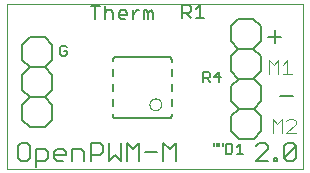
<source format=gto>
G75*
%MOIN*%
%OFA0B0*%
%FSLAX25Y25*%
%IPPOS*%
%LPD*%
%AMOC8*
5,1,8,0,0,1.08239X$1,22.5*
%
%ADD10C,0.00000*%
%ADD11C,0.00500*%
%ADD12C,0.00600*%
%ADD13C,0.00400*%
%ADD14C,0.00800*%
%ADD15C,0.00200*%
%ADD16R,0.00591X0.01181*%
%ADD17R,0.01181X0.01181*%
D10*
X0001000Y0009960D02*
X0001000Y0065078D01*
X0099425Y0065078D01*
X0099425Y0009960D01*
X0001000Y0009960D01*
D11*
X0004400Y0013590D02*
X0005417Y0012573D01*
X0007452Y0012573D01*
X0008470Y0013590D01*
X0008470Y0017660D01*
X0007452Y0018678D01*
X0005417Y0018678D01*
X0004400Y0017660D01*
X0004400Y0013590D01*
X0010477Y0012573D02*
X0013529Y0012573D01*
X0014547Y0013590D01*
X0014547Y0015625D01*
X0013529Y0016643D01*
X0010477Y0016643D01*
X0010477Y0010537D01*
X0016554Y0013590D02*
X0016554Y0015625D01*
X0017572Y0016643D01*
X0019607Y0016643D01*
X0020624Y0015625D01*
X0020624Y0014608D01*
X0016554Y0014608D01*
X0016554Y0013590D02*
X0017572Y0012573D01*
X0019607Y0012573D01*
X0022631Y0012573D02*
X0022631Y0016643D01*
X0025684Y0016643D01*
X0026701Y0015625D01*
X0026701Y0012573D01*
X0028708Y0012573D02*
X0028708Y0018678D01*
X0031761Y0018678D01*
X0032779Y0017660D01*
X0032779Y0015625D01*
X0031761Y0014608D01*
X0028708Y0014608D01*
X0034786Y0012573D02*
X0034786Y0018678D01*
X0038856Y0018678D02*
X0038856Y0012573D01*
X0036821Y0014608D01*
X0034786Y0012573D01*
X0040863Y0012573D02*
X0040863Y0018678D01*
X0042898Y0016643D01*
X0044933Y0018678D01*
X0044933Y0012573D01*
X0046940Y0015625D02*
X0051010Y0015625D01*
X0053017Y0012573D02*
X0053017Y0018678D01*
X0055052Y0016643D01*
X0057087Y0018678D01*
X0057087Y0012573D01*
X0083927Y0012573D02*
X0087997Y0016643D01*
X0087997Y0017660D01*
X0086980Y0018678D01*
X0084945Y0018678D01*
X0083927Y0017660D01*
X0090004Y0013590D02*
X0091022Y0013590D01*
X0091022Y0012573D01*
X0090004Y0012573D01*
X0090004Y0013590D01*
X0087997Y0012573D02*
X0083927Y0012573D01*
X0093043Y0013590D02*
X0097113Y0017660D01*
X0097113Y0013590D01*
X0096096Y0012573D01*
X0094060Y0012573D01*
X0093043Y0013590D01*
X0093043Y0017660D01*
X0094060Y0018678D01*
X0096096Y0018678D01*
X0097113Y0017660D01*
D12*
X0085646Y0022500D02*
X0083146Y0020000D01*
X0078146Y0020000D01*
X0075646Y0022500D01*
X0075646Y0027500D01*
X0078146Y0030000D01*
X0075646Y0032500D01*
X0075646Y0037500D01*
X0078146Y0040000D01*
X0083146Y0040000D01*
X0085646Y0037500D01*
X0085646Y0032500D01*
X0083146Y0030000D01*
X0085646Y0027500D01*
X0085646Y0022500D01*
X0078558Y0018388D02*
X0078558Y0014985D01*
X0077424Y0014985D02*
X0079693Y0014985D01*
X0077424Y0017253D02*
X0078558Y0018388D01*
X0076010Y0017821D02*
X0075442Y0018388D01*
X0073741Y0018388D01*
X0073741Y0014985D01*
X0075442Y0014985D01*
X0076010Y0015552D01*
X0076010Y0017821D01*
X0078146Y0030000D02*
X0083146Y0030000D01*
X0091851Y0034329D02*
X0096121Y0034329D01*
X0085409Y0042578D02*
X0085409Y0047578D01*
X0082909Y0050078D01*
X0085409Y0052578D01*
X0085409Y0057578D01*
X0082909Y0060078D01*
X0077909Y0060078D01*
X0075409Y0057578D01*
X0075409Y0052578D01*
X0077909Y0050078D01*
X0082909Y0050078D01*
X0077909Y0050078D02*
X0075409Y0047578D01*
X0075409Y0042578D01*
X0077909Y0040078D01*
X0082909Y0040078D01*
X0085409Y0042578D01*
X0090049Y0051879D02*
X0090049Y0056149D01*
X0087914Y0054014D02*
X0092184Y0054014D01*
X0071645Y0042403D02*
X0069944Y0040702D01*
X0072212Y0040702D01*
X0071645Y0039001D02*
X0071645Y0042403D01*
X0068529Y0041836D02*
X0068529Y0040702D01*
X0067962Y0040135D01*
X0066261Y0040135D01*
X0067395Y0040135D02*
X0068529Y0039001D01*
X0066261Y0039001D02*
X0066261Y0042403D01*
X0067962Y0042403D01*
X0068529Y0041836D01*
X0055764Y0040748D02*
X0055764Y0043307D01*
X0055764Y0045708D02*
X0055764Y0046220D01*
X0055764Y0046299D02*
X0055762Y0046361D01*
X0055756Y0046422D01*
X0055747Y0046483D01*
X0055733Y0046544D01*
X0055716Y0046603D01*
X0055695Y0046661D01*
X0055670Y0046718D01*
X0055642Y0046773D01*
X0055611Y0046826D01*
X0055576Y0046877D01*
X0055538Y0046926D01*
X0055497Y0046973D01*
X0055454Y0047016D01*
X0055407Y0047057D01*
X0055358Y0047095D01*
X0055307Y0047130D01*
X0055254Y0047161D01*
X0055199Y0047189D01*
X0055142Y0047214D01*
X0055084Y0047235D01*
X0055025Y0047252D01*
X0054964Y0047266D01*
X0054903Y0047275D01*
X0054842Y0047281D01*
X0054780Y0047283D01*
X0037063Y0047283D01*
X0037001Y0047281D01*
X0036940Y0047275D01*
X0036879Y0047266D01*
X0036818Y0047252D01*
X0036759Y0047235D01*
X0036701Y0047214D01*
X0036644Y0047189D01*
X0036589Y0047161D01*
X0036536Y0047130D01*
X0036485Y0047095D01*
X0036436Y0047057D01*
X0036389Y0047016D01*
X0036346Y0046973D01*
X0036305Y0046926D01*
X0036267Y0046877D01*
X0036232Y0046826D01*
X0036201Y0046773D01*
X0036173Y0046718D01*
X0036148Y0046661D01*
X0036127Y0046603D01*
X0036110Y0046544D01*
X0036096Y0046483D01*
X0036087Y0046422D01*
X0036081Y0046361D01*
X0036079Y0046299D01*
X0036079Y0046338D02*
X0036079Y0045748D01*
X0036079Y0043307D02*
X0036079Y0040787D01*
X0036079Y0038307D02*
X0036079Y0035787D01*
X0036079Y0033307D02*
X0036079Y0030787D01*
X0036079Y0028346D02*
X0036079Y0027834D01*
X0036079Y0027795D02*
X0036081Y0027733D01*
X0036087Y0027672D01*
X0036096Y0027611D01*
X0036110Y0027550D01*
X0036127Y0027491D01*
X0036148Y0027433D01*
X0036173Y0027376D01*
X0036201Y0027321D01*
X0036232Y0027268D01*
X0036267Y0027217D01*
X0036305Y0027168D01*
X0036346Y0027121D01*
X0036389Y0027078D01*
X0036436Y0027037D01*
X0036485Y0026999D01*
X0036536Y0026964D01*
X0036589Y0026933D01*
X0036644Y0026905D01*
X0036701Y0026880D01*
X0036759Y0026859D01*
X0036818Y0026842D01*
X0036879Y0026828D01*
X0036940Y0026819D01*
X0037001Y0026813D01*
X0037063Y0026811D01*
X0054740Y0026811D01*
X0054780Y0026811D02*
X0054842Y0026813D01*
X0054903Y0026819D01*
X0054964Y0026828D01*
X0055025Y0026842D01*
X0055084Y0026859D01*
X0055142Y0026880D01*
X0055199Y0026905D01*
X0055254Y0026933D01*
X0055307Y0026964D01*
X0055358Y0026999D01*
X0055407Y0027037D01*
X0055454Y0027078D01*
X0055497Y0027121D01*
X0055538Y0027168D01*
X0055576Y0027217D01*
X0055611Y0027268D01*
X0055642Y0027321D01*
X0055670Y0027376D01*
X0055695Y0027433D01*
X0055716Y0027491D01*
X0055733Y0027550D01*
X0055747Y0027611D01*
X0055756Y0027672D01*
X0055762Y0027733D01*
X0055764Y0027795D01*
X0055764Y0027834D02*
X0055764Y0028346D01*
X0055764Y0030787D02*
X0055764Y0033307D01*
X0055764Y0035748D02*
X0055764Y0038307D01*
X0020891Y0048229D02*
X0020891Y0049363D01*
X0019757Y0049363D01*
X0018623Y0048229D02*
X0018623Y0050498D01*
X0019190Y0051065D01*
X0020324Y0051065D01*
X0020891Y0050498D01*
X0020891Y0048229D02*
X0020324Y0047662D01*
X0019190Y0047662D01*
X0018623Y0048229D01*
X0016000Y0046397D02*
X0013500Y0043897D01*
X0016000Y0041397D01*
X0016000Y0036397D01*
X0013500Y0033897D01*
X0016000Y0031397D01*
X0016000Y0026397D01*
X0013500Y0023897D01*
X0008500Y0023897D01*
X0006000Y0026397D01*
X0006000Y0031397D01*
X0008500Y0033897D01*
X0006000Y0036397D01*
X0006000Y0041397D01*
X0008500Y0043897D01*
X0006000Y0046397D01*
X0006000Y0051397D01*
X0008500Y0053897D01*
X0013500Y0053897D01*
X0016000Y0051397D01*
X0016000Y0046397D01*
X0013500Y0043897D02*
X0008500Y0043897D01*
X0008500Y0033897D02*
X0013500Y0033897D01*
D13*
X0088208Y0041656D02*
X0088208Y0046260D01*
X0089743Y0044726D01*
X0091277Y0046260D01*
X0091277Y0041656D01*
X0092812Y0041656D02*
X0095881Y0041656D01*
X0094346Y0041656D02*
X0094346Y0046260D01*
X0092812Y0044726D01*
X0092458Y0026575D02*
X0092458Y0021971D01*
X0093993Y0021971D02*
X0097062Y0025041D01*
X0097062Y0025808D01*
X0096295Y0026575D01*
X0094760Y0026575D01*
X0093993Y0025808D01*
X0092458Y0026575D02*
X0090924Y0025041D01*
X0089389Y0026575D01*
X0089389Y0021971D01*
X0093993Y0021971D02*
X0097062Y0021971D01*
D14*
X0066680Y0060360D02*
X0063878Y0060360D01*
X0065279Y0060360D02*
X0065279Y0064564D01*
X0063878Y0063163D01*
X0062076Y0063863D02*
X0061376Y0064564D01*
X0059274Y0064564D01*
X0059274Y0060360D01*
X0059274Y0061762D02*
X0061376Y0061762D01*
X0062076Y0062462D01*
X0062076Y0063863D01*
X0060675Y0061762D02*
X0062076Y0060360D01*
X0049410Y0059967D02*
X0049410Y0062068D01*
X0048709Y0062769D01*
X0048009Y0062068D01*
X0048009Y0059967D01*
X0046607Y0059967D02*
X0046607Y0062769D01*
X0047308Y0062769D01*
X0048009Y0062068D01*
X0044873Y0062769D02*
X0044172Y0062769D01*
X0042771Y0061368D01*
X0040969Y0061368D02*
X0040969Y0062068D01*
X0040269Y0062769D01*
X0038867Y0062769D01*
X0038167Y0062068D01*
X0038167Y0060667D01*
X0038867Y0059967D01*
X0040269Y0059967D01*
X0040969Y0061368D02*
X0038167Y0061368D01*
X0036365Y0062068D02*
X0036365Y0059967D01*
X0036365Y0062068D02*
X0035665Y0062769D01*
X0034264Y0062769D01*
X0033563Y0062068D01*
X0033563Y0059967D02*
X0033563Y0064170D01*
X0031761Y0064170D02*
X0028959Y0064170D01*
X0030360Y0064170D02*
X0030360Y0059967D01*
X0042771Y0059967D02*
X0042771Y0062769D01*
D15*
X0048342Y0031456D02*
X0048344Y0031544D01*
X0048350Y0031632D01*
X0048360Y0031720D01*
X0048374Y0031808D01*
X0048391Y0031894D01*
X0048413Y0031980D01*
X0048438Y0032064D01*
X0048468Y0032148D01*
X0048500Y0032230D01*
X0048537Y0032310D01*
X0048577Y0032389D01*
X0048621Y0032466D01*
X0048668Y0032541D01*
X0048718Y0032613D01*
X0048772Y0032684D01*
X0048828Y0032751D01*
X0048888Y0032817D01*
X0048950Y0032879D01*
X0049016Y0032939D01*
X0049083Y0032995D01*
X0049154Y0033049D01*
X0049226Y0033099D01*
X0049301Y0033146D01*
X0049378Y0033190D01*
X0049457Y0033230D01*
X0049537Y0033267D01*
X0049619Y0033299D01*
X0049703Y0033329D01*
X0049787Y0033354D01*
X0049873Y0033376D01*
X0049959Y0033393D01*
X0050047Y0033407D01*
X0050135Y0033417D01*
X0050223Y0033423D01*
X0050311Y0033425D01*
X0050399Y0033423D01*
X0050487Y0033417D01*
X0050575Y0033407D01*
X0050663Y0033393D01*
X0050749Y0033376D01*
X0050835Y0033354D01*
X0050919Y0033329D01*
X0051003Y0033299D01*
X0051085Y0033267D01*
X0051165Y0033230D01*
X0051244Y0033190D01*
X0051321Y0033146D01*
X0051396Y0033099D01*
X0051468Y0033049D01*
X0051539Y0032995D01*
X0051606Y0032939D01*
X0051672Y0032879D01*
X0051734Y0032817D01*
X0051794Y0032751D01*
X0051850Y0032684D01*
X0051904Y0032613D01*
X0051954Y0032541D01*
X0052001Y0032466D01*
X0052045Y0032389D01*
X0052085Y0032310D01*
X0052122Y0032230D01*
X0052154Y0032148D01*
X0052184Y0032064D01*
X0052209Y0031980D01*
X0052231Y0031894D01*
X0052248Y0031808D01*
X0052262Y0031720D01*
X0052272Y0031632D01*
X0052278Y0031544D01*
X0052280Y0031456D01*
X0052278Y0031368D01*
X0052272Y0031280D01*
X0052262Y0031192D01*
X0052248Y0031104D01*
X0052231Y0031018D01*
X0052209Y0030932D01*
X0052184Y0030848D01*
X0052154Y0030764D01*
X0052122Y0030682D01*
X0052085Y0030602D01*
X0052045Y0030523D01*
X0052001Y0030446D01*
X0051954Y0030371D01*
X0051904Y0030299D01*
X0051850Y0030228D01*
X0051794Y0030161D01*
X0051734Y0030095D01*
X0051672Y0030033D01*
X0051606Y0029973D01*
X0051539Y0029917D01*
X0051468Y0029863D01*
X0051396Y0029813D01*
X0051321Y0029766D01*
X0051244Y0029722D01*
X0051165Y0029682D01*
X0051085Y0029645D01*
X0051003Y0029613D01*
X0050919Y0029583D01*
X0050835Y0029558D01*
X0050749Y0029536D01*
X0050663Y0029519D01*
X0050575Y0029505D01*
X0050487Y0029495D01*
X0050399Y0029489D01*
X0050311Y0029487D01*
X0050223Y0029489D01*
X0050135Y0029495D01*
X0050047Y0029505D01*
X0049959Y0029519D01*
X0049873Y0029536D01*
X0049787Y0029558D01*
X0049703Y0029583D01*
X0049619Y0029613D01*
X0049537Y0029645D01*
X0049457Y0029682D01*
X0049378Y0029722D01*
X0049301Y0029766D01*
X0049226Y0029813D01*
X0049154Y0029863D01*
X0049083Y0029917D01*
X0049016Y0029973D01*
X0048950Y0030033D01*
X0048888Y0030095D01*
X0048828Y0030161D01*
X0048772Y0030228D01*
X0048718Y0030299D01*
X0048668Y0030371D01*
X0048621Y0030446D01*
X0048577Y0030523D01*
X0048537Y0030602D01*
X0048500Y0030682D01*
X0048468Y0030764D01*
X0048438Y0030848D01*
X0048413Y0030932D01*
X0048391Y0031018D01*
X0048374Y0031104D01*
X0048360Y0031192D01*
X0048350Y0031280D01*
X0048344Y0031368D01*
X0048342Y0031456D01*
D16*
X0069760Y0017992D03*
X0072713Y0017992D03*
D17*
X0071236Y0017992D03*
M02*

</source>
